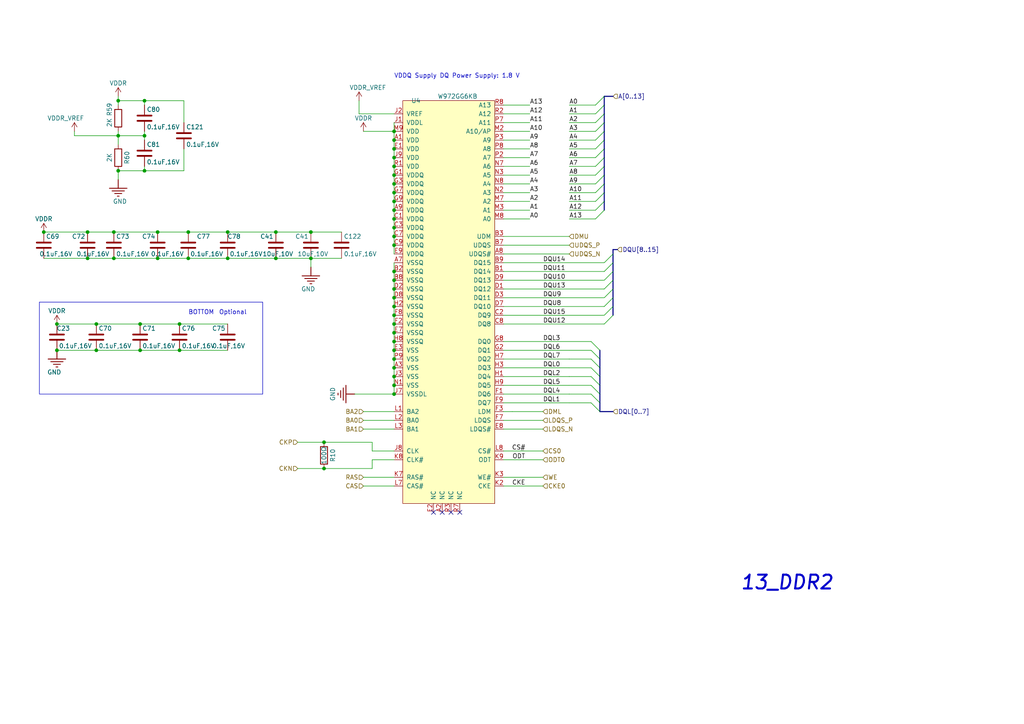
<source format=kicad_sch>
(kicad_sch (version 20230121) (generator eeschema)
  (paper "A4")
  (lib_symbols
    (symbol "0.1uF,16V_1" (pin_numbers hide) (pin_names (offset 0.254))
      (property "Reference" "C" (at 0.635 2.54 0))
      (property "Value" "0.1uF,16V_1" (at 0.635 -2.54 0))
      (symbol "0.1uF,16V_1_0_1"
        (polyline (pts (xy -2.032 -0.762) (xy 2.032 -0.762)) (stroke (width 0.508)))
        (polyline (pts (xy -2.032 0.762) (xy 2.032 0.762)) (stroke (width 0.508)))
      )
      (symbol "0.1uF,16V_1_1_1"
        (pin passive line (at 0 3.81 270) (length 2.794) (name "~") (number "1"))
        (pin passive line (at 0 -3.81 90) (length 2.794) (name "~") (number "2"))
      )
    )
    (symbol "0.1uF,16V_10" (pin_numbers hide) (pin_names (offset 0.254))
      (property "Reference" "C" (at 0.635 2.54 0))
      (property "Value" "0.1uF,16V_10" (at 0.635 -2.54 0))
      (symbol "0.1uF,16V_10_0_1"
        (polyline (pts (xy -2.032 -0.762) (xy 2.032 -0.762)) (stroke (width 0.508)))
        (polyline (pts (xy -2.032 0.762) (xy 2.032 0.762)) (stroke (width 0.508)))
      )
      (symbol "0.1uF,16V_10_1_1"
        (pin passive line (at 0 3.81 270) (length 2.794) (name "~") (number "1"))
        (pin passive line (at 0 -3.81 90) (length 2.794) (name "~") (number "2"))
      )
    )
    (symbol "0.1uF,16V_11" (pin_numbers hide) (pin_names (offset 0.254))
      (property "Reference" "C" (at 0.635 2.54 0))
      (property "Value" "0.1uF,16V_11" (at 0.635 -2.54 0))
      (symbol "0.1uF,16V_11_0_1"
        (polyline (pts (xy -2.032 -0.762) (xy 2.032 -0.762)) (stroke (width 0.508)))
        (polyline (pts (xy -2.032 0.762) (xy 2.032 0.762)) (stroke (width 0.508)))
      )
      (symbol "0.1uF,16V_11_1_1"
        (pin passive line (at 0 3.81 270) (length 2.794) (name "~") (number "1"))
        (pin passive line (at 0 -3.81 90) (length 2.794) (name "~") (number "2"))
      )
    )
    (symbol "0.1uF,16V_12" (pin_numbers hide) (pin_names (offset 0.254))
      (property "Reference" "C" (at 0.635 2.54 0))
      (property "Value" "0.1uF,16V_12" (at 0.635 -2.54 0))
      (symbol "0.1uF,16V_12_0_1"
        (polyline (pts (xy -2.032 -0.762) (xy 2.032 -0.762)) (stroke (width 0.508)))
        (polyline (pts (xy -2.032 0.762) (xy 2.032 0.762)) (stroke (width 0.508)))
      )
      (symbol "0.1uF,16V_12_1_1"
        (pin passive line (at 0 3.81 270) (length 2.794) (name "~") (number "1"))
        (pin passive line (at 0 -3.81 90) (length 2.794) (name "~") (number "2"))
      )
    )
    (symbol "0.1uF,16V_2" (pin_numbers hide) (pin_names (offset 0.254))
      (property "Reference" "C" (at 0.635 2.54 0))
      (property "Value" "0.1uF,16V_2" (at 0.635 -2.54 0))
      (symbol "0.1uF,16V_2_0_1"
        (polyline (pts (xy -2.032 -0.762) (xy 2.032 -0.762)) (stroke (width 0.508)))
        (polyline (pts (xy -2.032 0.762) (xy 2.032 0.762)) (stroke (width 0.508)))
      )
      (symbol "0.1uF,16V_2_1_1"
        (pin passive line (at 0 3.81 270) (length 2.794) (name "~") (number "1"))
        (pin passive line (at 0 -3.81 90) (length 2.794) (name "~") (number "2"))
      )
    )
    (symbol "0.1uF,16V_3" (pin_numbers hide) (pin_names (offset 0.254))
      (property "Reference" "C" (at 0.635 2.54 0))
      (property "Value" "0.1uF,16V_3" (at 0.635 -2.54 0))
      (symbol "0.1uF,16V_3_0_1"
        (polyline (pts (xy -2.032 -0.762) (xy 2.032 -0.762)) (stroke (width 0.508)))
        (polyline (pts (xy -2.032 0.762) (xy 2.032 0.762)) (stroke (width 0.508)))
      )
      (symbol "0.1uF,16V_3_1_1"
        (pin passive line (at 0 3.81 270) (length 2.794) (name "~") (number "1"))
        (pin passive line (at 0 -3.81 90) (length 2.794) (name "~") (number "2"))
      )
    )
    (symbol "0.1uF,16V_4" (pin_numbers hide) (pin_names (offset 0.254))
      (property "Reference" "C" (at 0.635 2.54 0))
      (property "Value" "0.1uF,16V_4" (at 0.635 -2.54 0))
      (symbol "0.1uF,16V_4_0_1"
        (polyline (pts (xy -2.032 -0.762) (xy 2.032 -0.762)) (stroke (width 0.508)))
        (polyline (pts (xy -2.032 0.762) (xy 2.032 0.762)) (stroke (width 0.508)))
      )
      (symbol "0.1uF,16V_4_1_1"
        (pin passive line (at 0 3.81 270) (length 2.794) (name "~") (number "1"))
        (pin passive line (at 0 -3.81 90) (length 2.794) (name "~") (number "2"))
      )
    )
    (symbol "0.1uF,16V_5" (pin_numbers hide) (pin_names (offset 0.254))
      (property "Reference" "C" (at 0.635 2.54 0))
      (property "Value" "0.1uF,16V_5" (at 0.635 -2.54 0))
      (symbol "0.1uF,16V_5_0_1"
        (polyline (pts (xy -2.032 -0.762) (xy 2.032 -0.762)) (stroke (width 0.508)))
        (polyline (pts (xy -2.032 0.762) (xy 2.032 0.762)) (stroke (width 0.508)))
      )
      (symbol "0.1uF,16V_5_1_1"
        (pin passive line (at 0 3.81 270) (length 2.794) (name "~") (number "1"))
        (pin passive line (at 0 -3.81 90) (length 2.794) (name "~") (number "2"))
      )
    )
    (symbol "0.1uF,16V_6" (pin_numbers hide) (pin_names (offset 0.254))
      (property "Reference" "C" (at 0.635 2.54 0))
      (property "Value" "0.1uF,16V_6" (at 0.635 -2.54 0))
      (symbol "0.1uF,16V_6_0_1"
        (polyline (pts (xy -2.032 -0.762) (xy 2.032 -0.762)) (stroke (width 0.508)))
        (polyline (pts (xy -2.032 0.762) (xy 2.032 0.762)) (stroke (width 0.508)))
      )
      (symbol "0.1uF,16V_6_1_1"
        (pin passive line (at 0 3.81 270) (length 2.794) (name "~") (number "1"))
        (pin passive line (at 0 -3.81 90) (length 2.794) (name "~") (number "2"))
      )
    )
    (symbol "0.1uF,16V_7" (pin_numbers hide) (pin_names (offset 0.254))
      (property "Reference" "C" (at 0.635 2.54 0))
      (property "Value" "0.1uF,16V_7" (at 0.635 -2.54 0))
      (symbol "0.1uF,16V_7_0_1"
        (polyline (pts (xy -2.032 -0.762) (xy 2.032 -0.762)) (stroke (width 0.508)))
        (polyline (pts (xy -2.032 0.762) (xy 2.032 0.762)) (stroke (width 0.508)))
      )
      (symbol "0.1uF,16V_7_1_1"
        (pin passive line (at 0 3.81 270) (length 2.794) (name "~") (number "1"))
        (pin passive line (at 0 -3.81 90) (length 2.794) (name "~") (number "2"))
      )
    )
    (symbol "0.1uF,16V_8" (pin_numbers hide) (pin_names (offset 0.254))
      (property "Reference" "C" (at 0.635 2.54 0))
      (property "Value" "0.1uF,16V_8" (at 0.635 -2.54 0))
      (symbol "0.1uF,16V_8_0_1"
        (polyline (pts (xy -2.032 -0.762) (xy 2.032 -0.762)) (stroke (width 0.508)))
        (polyline (pts (xy -2.032 0.762) (xy 2.032 0.762)) (stroke (width 0.508)))
      )
      (symbol "0.1uF,16V_8_1_1"
        (pin passive line (at 0 3.81 270) (length 2.794) (name "~") (number "1"))
        (pin passive line (at 0 -3.81 90) (length 2.794) (name "~") (number "2"))
      )
    )
    (symbol "0.1uF,16V_9" (pin_numbers hide) (pin_names (offset 0.254))
      (property "Reference" "C" (at 0.635 2.54 0))
      (property "Value" "0.1uF,16V_9" (at 0.635 -2.54 0))
      (symbol "0.1uF,16V_9_0_1"
        (polyline (pts (xy -2.032 -0.762) (xy 2.032 -0.762)) (stroke (width 0.508)))
        (polyline (pts (xy -2.032 0.762) (xy 2.032 0.762)) (stroke (width 0.508)))
      )
      (symbol "0.1uF,16V_9_1_1"
        (pin passive line (at 0 3.81 270) (length 2.794) (name "~") (number "1"))
        (pin passive line (at 0 -3.81 90) (length 2.794) (name "~") (number "2"))
      )
    )
    (symbol "02_HPM_Resistor:100Ω" (pin_numbers hide) (pin_names (offset 0))
      (property "Reference" "R" (at -3.81 1.27 0))
      (property "Value" "100Ω" (at 5.08 1.27 0))
      (symbol "100Ω_0_1"
        (rectangle (start 2.54 -1.016) (end -2.54 1.016) (stroke (width 0.254)))
      )
      (symbol "100Ω_1_1"
        (pin passive line (at -3.81 0 0) (length 1.27) (name "~") (number "1"))
        (pin passive line (at 3.81 0 180) (length 1.27) (name "~") (number "2"))
      )
    )
    (symbol "02_HPM_Resistor:2K" (pin_numbers hide) (pin_names (offset 0))
      (property "Reference" "R" (at -5.08 1.27 0))
      (property "Value" "2K" (at 5.08 1.27 0))
      (symbol "2K_0_1"
        (rectangle (start 2.54 -1.016) (end -2.54 1.016) (stroke (width 0.254)))
      )
      (symbol "2K_1_1"
        (pin passive line (at -3.81 0 0) (length 1.27) (name "~") (number "1"))
        (pin passive line (at 3.81 0 180) (length 1.27) (name "~") (number "2"))
      )
    )
    (symbol "10_HPM_Storage:W971GG6NB-25" (pin_names (offset 1.016))
      (property "Reference" "U" (at -10.16 57.15 0))
      (property "Value" "W972GG6KB" (at 10.16 58.42 0))
      (symbol "W971GG6NB-25_1_1"
        (rectangle (start -11.43 55.88) (end 15.24 -60.96) (stroke (width 0.1524)) (fill (type background)))
        (pin input line (at -13.97 44.45 0) (length 2.54) (name "VDD") (number "A1"))
        (pin input line (at 0 -63.5 90) (length 2.54) (name "NC") (number "A2"))
        (pin input line (at -13.97 -21.59 0) (length 2.54) (name "VSS") (number "A3"))
        (pin input line (at -13.97 8.89 0) (length 2.54) (name "VSSQ") (number "A7"))
        (pin input line (at 17.78 11.43 180) (length 2.54) (name "UDQS#") (number "A8"))
        (pin input line (at -13.97 24.13 0) (length 2.54) (name "VDDQ") (number "A9"))
        (pin input line (at 17.78 6.35 180) (length 2.54) (name "DQ14") (number "B1"))
        (pin input line (at -13.97 6.35 0) (length 2.54) (name "VSSQ") (number "B2"))
        (pin input line (at 17.78 16.51 180) (length 2.54) (name "UDM") (number "B3"))
        (pin input line (at 17.78 13.97 180) (length 2.54) (name "UDQS") (number "B7"))
        (pin input line (at -13.97 3.81 0) (length 2.54) (name "VSSQ") (number "B8"))
        (pin input line (at 17.78 8.89 180) (length 2.54) (name "DQ15") (number "B9"))
        (pin input line (at -13.97 21.59 0) (length 2.54) (name "VDDQ") (number "C1"))
        (pin input line (at 17.78 -6.35 180) (length 2.54) (name "DQ9") (number "C2"))
        (pin input line (at -13.97 19.05 0) (length 2.54) (name "VDDQ") (number "C3"))
        (pin input line (at -13.97 16.51 0) (length 2.54) (name "VDDQ") (number "C7"))
        (pin input line (at 17.78 -8.89 180) (length 2.54) (name "DQ8") (number "C8"))
        (pin input line (at -13.97 13.97 0) (length 2.54) (name "VDDQ") (number "C9"))
        (pin input line (at 17.78 1.27 180) (length 2.54) (name "DQ12") (number "D1"))
        (pin input line (at -13.97 1.27 0) (length 2.54) (name "VSSQ") (number "D2"))
        (pin input line (at 17.78 -1.27 180) (length 2.54) (name "DQ11") (number "D3"))
        (pin input line (at 17.78 -3.81 180) (length 2.54) (name "DQ10") (number "D7"))
        (pin input line (at -13.97 -1.27 0) (length 2.54) (name "VSSQ") (number "D8"))
        (pin input line (at 17.78 3.81 180) (length 2.54) (name "DQ13") (number "D9"))
        (pin input line (at -13.97 41.91 0) (length 2.54) (name "VDD") (number "E1"))
        (pin input line (at -2.54 -63.5 90) (length 2.54) (name "NC") (number "E2"))
        (pin input line (at -13.97 -16.51 0) (length 2.54) (name "VSS") (number "E3"))
        (pin input line (at -13.97 -11.43 0) (length 2.54) (name "VSSQ") (number "E7"))
        (pin input line (at 17.78 -39.37 180) (length 2.54) (name "LDQS#") (number "E8"))
        (pin input line (at -13.97 11.43 0) (length 2.54) (name "VDDQ") (number "E9"))
        (pin input line (at 17.78 -29.21 180) (length 2.54) (name "DQ6") (number "F1"))
        (pin input line (at -13.97 -8.89 0) (length 2.54) (name "VSSQ") (number "F2"))
        (pin input line (at 17.78 -34.29 180) (length 2.54) (name "LDM") (number "F3"))
        (pin input line (at 17.78 -36.83 180) (length 2.54) (name "LDQS") (number "F7"))
        (pin input line (at -13.97 -6.35 0) (length 2.54) (name "VSSQ") (number "F8"))
        (pin input line (at 17.78 -31.75 180) (length 2.54) (name "DQ7") (number "F9"))
        (pin input line (at -13.97 34.29 0) (length 2.54) (name "VDDQ") (number "G1"))
        (pin input line (at 17.78 -16.51 180) (length 2.54) (name "DQ1") (number "G2"))
        (pin input line (at -13.97 31.75 0) (length 2.54) (name "VDDQ") (number "G3"))
        (pin input line (at -13.97 29.21 0) (length 2.54) (name "VDDQ") (number "G7"))
        (pin input line (at 17.78 -13.97 180) (length 2.54) (name "DQ0") (number "G8"))
        (pin input line (at -13.97 26.67 0) (length 2.54) (name "VDDQ") (number "G9"))
        (pin input line (at 17.78 -24.13 180) (length 2.54) (name "DQ4") (number "H1"))
        (pin input line (at -13.97 -3.81 0) (length 2.54) (name "VSSQ") (number "H2"))
        (pin input line (at 17.78 -21.59 180) (length 2.54) (name "DQ3") (number "H3"))
        (pin input line (at 17.78 -19.05 180) (length 2.54) (name "DQ2") (number "H7"))
        (pin input line (at -13.97 -13.97 0) (length 2.54) (name "VSSQ") (number "H8"))
        (pin input line (at 17.78 -26.67 180) (length 2.54) (name "DQ5") (number "H9"))
        (pin input line (at -13.97 49.53 0) (length 2.54) (name "VDDL") (number "J1"))
        (pin input line (at -13.97 52.07 0) (length 2.54) (name "VREF") (number "J2"))
        (pin input line (at -13.97 -24.13 0) (length 2.54) (name "VSS") (number "J3"))
        (pin input line (at -13.97 -29.21 0) (length 2.54) (name "VSSDL") (number "J7"))
        (pin input line (at -13.97 -45.72 0) (length 2.54) (name "CLK") (number "J8"))
        (pin input line (at -13.97 39.37 0) (length 2.54) (name "VDD") (number "J9"))
        (pin input line (at 17.78 -55.88 180) (length 2.54) (name "CKE") (number "K2"))
        (pin input line (at 17.78 -53.34 180) (length 2.54) (name "WE#") (number "K3"))
        (pin input line (at -13.97 -53.34 0) (length 2.54) (name "RAS#") (number "K7"))
        (pin input line (at -13.97 -48.26 0) (length 2.54) (name "CLK#") (number "K8"))
        (pin input line (at 17.78 -48.26 180) (length 2.54) (name "ODT") (number "K9"))
        (pin input line (at -13.97 -34.29 0) (length 2.54) (name "BA2") (number "L1"))
        (pin input line (at -13.97 -36.83 0) (length 2.54) (name "BA0") (number "L2"))
        (pin input line (at -13.97 -39.37 0) (length 2.54) (name "BA1") (number "L3"))
        (pin input line (at -13.97 -55.88 0) (length 2.54) (name "CAS#") (number "L7"))
        (pin input line (at 17.78 -45.72 180) (length 2.54) (name "CS#") (number "L8"))
        (pin input line (at 17.78 46.99 180) (length 2.54) (name "A10/AP") (number "M2"))
        (pin input line (at 17.78 24.13 180) (length 2.54) (name "A1") (number "M3"))
        (pin input line (at 17.78 26.67 180) (length 2.54) (name "A2") (number "M7"))
        (pin input line (at 17.78 21.59 180) (length 2.54) (name "A0") (number "M8"))
        (pin input line (at -13.97 46.99 0) (length 2.54) (name "VDD") (number "M9"))
        (pin input line (at -13.97 -26.67 0) (length 2.54) (name "VSS") (number "N1"))
        (pin input line (at 17.78 29.21 180) (length 2.54) (name "A3") (number "N2"))
        (pin input line (at 17.78 34.29 180) (length 2.54) (name "A5") (number "N3"))
        (pin input line (at 17.78 36.83 180) (length 2.54) (name "A6") (number "N7"))
        (pin input line (at 17.78 31.75 180) (length 2.54) (name "A4") (number "N8"))
        (pin input line (at 17.78 39.37 180) (length 2.54) (name "A7") (number "P2"))
        (pin input line (at 17.78 44.45 180) (length 2.54) (name "A9") (number "P3"))
        (pin input line (at 17.78 49.53 180) (length 2.54) (name "A11") (number "P7"))
        (pin input line (at 17.78 41.91 180) (length 2.54) (name "A8") (number "P8"))
        (pin input line (at -13.97 -19.05 0) (length 2.54) (name "VSS") (number "P9"))
        (pin input line (at -13.97 36.83 0) (length 2.54) (name "VDD") (number "R1"))
        (pin input line (at 17.78 52.07 180) (length 2.54) (name "A12") (number "R2"))
        (pin input line (at 2.54 -63.5 90) (length 2.54) (name "NC") (number "R3"))
        (pin input line (at 5.08 -63.5 90) (length 2.54) (name "NC") (number "R7"))
        (pin input line (at 17.78 54.61 180) (length 2.54) (name "A13") (number "R8"))
      )
    )
    (symbol "10uF,10V_1" (pin_numbers hide) (pin_names (offset 0.254))
      (property "Reference" "C" (at 0.635 2.54 0))
      (property "Value" "10uF,10V_1" (at 0.635 -2.54 0))
      (symbol "10uF,10V_1_0_1"
        (polyline (pts (xy -2.032 -0.762) (xy 2.032 -0.762)) (stroke (width 0.508)))
        (polyline (pts (xy -2.032 0.762) (xy 2.032 0.762)) (stroke (width 0.508)))
      )
      (symbol "10uF,10V_1_1_1"
        (pin passive line (at 0 3.81 270) (length 2.794) (name "~") (number "1"))
        (pin passive line (at 0 -3.81 90) (length 2.794) (name "~") (number "2"))
      )
    )
    (symbol "333-altium-import:GND" (power)
      (property "Reference" "#PWR" (at 0 0 0))
      (property "Value" "GND" (at 0 6.35 0))
      (symbol "GND_0_0"
        (polyline (pts (xy -2.54 -2.54) (xy 2.54 -2.54)) (stroke (width 0.254)))
        (polyline (pts (xy -1.778 -3.302) (xy 1.778 -3.302)) (stroke (width 0.254)))
        (polyline (pts (xy -1.016 -4.064) (xy 1.016 -4.064)) (stroke (width 0.254)))
        (polyline (pts (xy -0.254 -4.826) (xy 0.254 -4.826)) (stroke (width 0.254)))
        (polyline (pts (xy 0 0) (xy 0 -2.54)) (stroke (width 0.254)))
        (pin power_in line (at 0 0 0) (length 0) hide (name "GND") (number ""))
      )
    )
    (symbol "power:GND" (power)
      (property "Value" "GND" (at 1.27 -6.35 0))
      (symbol "GND_0_0"
        (polyline (pts (xy -2.54 -2.54) (xy 2.54 -2.54)) (stroke (width 0.254)))
        (polyline (pts (xy -1.778 -3.302) (xy 1.778 -3.302)) (stroke (width 0.254)))
        (polyline (pts (xy -1.016 -4.064) (xy 1.016 -4.064)) (stroke (width 0.254)))
        (polyline (pts (xy -0.254 -4.826) (xy 0.254 -4.826)) (stroke (width 0.254)))
        (polyline (pts (xy 0 0) (xy 0 -2.54)) (stroke (width 0.254)))
        (pin power_in line (at 0 0 0) (length 0) hide (name "GND") (number ""))
      )
    )
    (symbol "power:VDDR" (power) (pin_names (offset 0))
      (property "Value" "VDDR" (at 0 3.81 0))
      (symbol "VDDR_0_1"
        (polyline (pts (xy -0.762 1.27) (xy 0 2.54)))
        (polyline (pts (xy 0 0) (xy 0 2.54)))
        (polyline (pts (xy 0 2.54) (xy 0.762 1.27)))
      )
      (symbol "VDDR_1_1"
        (pin power_in line (at 0 0 90) (length 0) hide (name "VDDR") (number "1"))
      )
    )
    (symbol "power:VDDR_VREF" (power) (pin_names (offset 0))
      (property "Value" "VDDR_VREF" (at 0 3.81 0))
      (symbol "VDDR_VREF_0_1"
        (polyline (pts (xy -0.762 1.27) (xy 0 2.54)))
        (polyline (pts (xy 0 0) (xy 0 2.54)))
        (polyline (pts (xy 0 2.54) (xy 0.762 1.27)))
      )
      (symbol "VDDR_VREF_1_1"
        (pin power_in line (at 0 0 90) (length 0) hide (name "VDDR_VREF") (number "1"))
      )
    )
  )
  (junction (at 114.3 111.76))
  (junction (at 45.72 67.31))
  (junction (at 12.7 67.31))
  (junction (at 40.64 101.6))
  (junction (at 54.61 67.31))
  (junction (at 93.98 128.27))
  (junction (at 114.3 43.18))
  (junction (at 27.94 101.6))
  (junction (at 114.3 96.52))
  (junction (at 114.3 63.5))
  (junction (at 114.3 109.22))
  (junction (at 114.3 71.12))
  (junction (at 114.3 104.14))
  (junction (at 114.3 81.28))
  (junction (at 114.3 48.26))
  (junction (at 34.29 29.21))
  (junction (at 33.02 67.31))
  (junction (at 66.04 67.31))
  (junction (at 114.3 68.58))
  (junction (at 93.98 135.89))
  (junction (at 90.17 74.93))
  (junction (at 114.3 40.64))
  (junction (at 40.64 93.98))
  (junction (at 114.3 55.88))
  (junction (at 80.01 74.93))
  (junction (at 52.07 93.98))
  (junction (at 114.3 106.68))
  (junction (at 114.3 83.82))
  (junction (at 16.51 93.98))
  (junction (at 25.4 67.31))
  (junction (at 114.3 50.8))
  (junction (at 114.3 88.9))
  (junction (at 80.01 67.31))
  (junction (at 25.4 74.93))
  (junction (at 41.91 29.21))
  (junction (at 114.3 86.36))
  (junction (at 34.29 39.37))
  (junction (at 114.3 93.98))
  (junction (at 41.91 39.37))
  (junction (at 114.3 99.06))
  (junction (at 41.91 49.53))
  (junction (at 16.51 101.6))
  (junction (at 90.17 67.31))
  (junction (at 114.3 60.96))
  (junction (at 114.3 78.74))
  (junction (at 114.3 53.34))
  (junction (at 27.94 93.98))
  (junction (at 114.3 58.42))
  (junction (at 114.3 38.1))
  (junction (at 66.04 74.93))
  (junction (at 114.3 91.44))
  (junction (at 54.61 74.93))
  (junction (at 114.3 66.04))
  (junction (at 114.3 101.6))
  (junction (at 34.29 49.53))
  (junction (at 33.02 74.93))
  (junction (at 114.3 114.3))
  (junction (at 52.07 101.6))
  (junction (at 114.3 45.72))
  (junction (at 45.72 74.93))
  (no_connect (at 128.27 148.59))
  (no_connect (at 130.81 148.59))
  (no_connect (at 133.35 148.59))
  (no_connect (at 125.73 148.59))
  (bus_entry (at 175.26 78.74) (size 2.54 -2.54))
  (bus_entry (at 175.26 93.98) (size 2.54 -2.54))
  (bus_entry (at 172.72 40.64) (size 2.54 -2.54))
  (bus_entry (at 172.72 55.88) (size 2.54 -2.54))
  (bus_entry (at 172.72 45.72) (size 2.54 -2.54))
  (bus_entry (at 172.72 38.1) (size 2.54 -2.54))
  (bus_entry (at 171.45 114.3) (size 2.54 2.54))
  (bus_entry (at 171.45 101.6) (size 2.54 2.54))
  (bus_entry (at 172.72 43.18) (size 2.54 -2.54))
  (bus_entry (at 171.45 106.68) (size 2.54 2.54))
  (bus_entry (at 171.45 99.06) (size 2.54 2.54))
  (bus_entry (at 172.72 58.42) (size 2.54 -2.54))
  (bus_entry (at 175.26 83.82) (size 2.54 -2.54))
  (bus_entry (at 171.45 116.84) (size 2.54 2.54))
  (bus_entry (at 175.26 86.36) (size 2.54 -2.54))
  (bus_entry (at 172.72 63.5) (size 2.54 -2.54))
  (bus_entry (at 171.45 104.14) (size 2.54 2.54))
  (bus_entry (at 175.26 76.2) (size 2.54 -2.54))
  (bus_entry (at 172.72 33.02) (size 2.54 -2.54))
  (bus_entry (at 171.45 109.22) (size 2.54 2.54))
  (bus_entry (at 171.45 111.76) (size 2.54 2.54))
  (bus_entry (at 172.72 60.96) (size 2.54 -2.54))
  (bus_entry (at 175.26 91.44) (size 2.54 -2.54))
  (bus_entry (at 172.72 35.56) (size 2.54 -2.54))
  (bus_entry (at 175.26 81.28) (size 2.54 -2.54))
  (bus_entry (at 172.72 50.8) (size 2.54 -2.54))
  (bus_entry (at 172.72 30.48) (size 2.54 -2.54))
  (bus_entry (at 172.72 53.34) (size 2.54 -2.54))
  (bus_entry (at 172.72 48.26) (size 2.54 -2.54))
  (bus_entry (at 175.26 88.9) (size 2.54 -2.54))
  (wire (pts (xy 114.3 86.36) (xy 114.3 88.9)))
  (wire (pts (xy 107.95 130.81) (xy 114.3 130.81)))
  (wire (pts (xy 146.05 119.38) (xy 148.59 119.38)))
  (bus (pts (xy 177.8 78.74) (xy 177.8 76.2)))
  (wire (pts (xy 33.02 67.31) (xy 45.72 67.31)))
  (wire (pts (xy 52.07 101.6) (xy 66.04 101.6)))
  (wire (pts (xy 34.29 49.53) (xy 41.91 49.53)))
  (wire (pts (xy 93.98 135.89) (xy 107.95 135.89)) (stroke (width 0.15)))
  (wire (pts (xy 54.61 67.31) (xy 66.04 67.31)))
  (wire (pts (xy 34.29 39.37) (xy 41.91 39.37)))
  (wire (pts (xy 114.3 106.68) (xy 114.3 109.22)))
  (wire (pts (xy 34.29 29.21) (xy 34.29 30.48)))
  (wire (pts (xy 104.14 29.21) (xy 104.14 33.02)))
  (wire (pts (xy 146.05 140.97) (xy 157.48 140.97)))
  (wire (pts (xy 165.1 35.56) (xy 172.72 35.56)) (stroke (width 0.15)))
  (wire (pts (xy 153.67 63.5) (xy 146.05 63.5)) (stroke (width 0.15)))
  (wire (pts (xy 66.04 67.31) (xy 80.01 67.31)))
  (bus (pts (xy 175.26 53.34) (xy 175.26 55.88)))
  (wire (pts (xy 114.3 60.96) (xy 114.3 63.5)))
  (wire (pts (xy 105.41 140.97) (xy 114.3 140.97)))
  (bus (pts (xy 175.26 48.26) (xy 175.26 50.8)))
  (bus (pts (xy 173.99 109.22) (xy 173.99 111.76)))
  (wire (pts (xy 146.05 104.14) (xy 165.1 104.14)))
  (wire (pts (xy 146.05 68.58) (xy 165.1 68.58)))
  (wire (pts (xy 146.05 78.74) (xy 175.26 78.74)) (stroke (width 0.15)))
  (wire (pts (xy 16.51 93.98) (xy 27.94 93.98)))
  (wire (pts (xy 146.05 55.88) (xy 153.67 55.88)) (stroke (width 0.15)))
  (wire (pts (xy 41.91 38.1) (xy 41.91 39.37)))
  (wire (pts (xy 146.05 76.2) (xy 175.26 76.2)) (stroke (width 0.15)))
  (wire (pts (xy 80.01 67.31) (xy 90.17 67.31)))
  (wire (pts (xy 165.1 53.34) (xy 172.72 53.34)) (stroke (width 0.15)))
  (wire (pts (xy 114.3 53.34) (xy 114.3 55.88)))
  (wire (pts (xy 146.05 91.44) (xy 175.26 91.44)) (stroke (width 0.15)))
  (wire (pts (xy 146.05 111.76) (xy 165.1 111.76)))
  (wire (pts (xy 146.05 38.1) (xy 153.67 38.1)) (stroke (width 0.15)))
  (bus (pts (xy 173.99 106.68) (xy 173.99 109.22)))
  (wire (pts (xy 114.3 93.98) (xy 114.3 96.52)))
  (wire (pts (xy 146.05 109.22) (xy 165.1 109.22)))
  (bus (pts (xy 173.99 114.3) (xy 173.99 116.84)))
  (bus (pts (xy 175.26 55.88) (xy 175.26 58.42)))
  (wire (pts (xy 165.1 58.42) (xy 172.72 58.42)) (stroke (width 0.15)))
  (wire (pts (xy 165.1 43.18) (xy 172.72 43.18)) (stroke (width 0.15)))
  (wire (pts (xy 165.1 101.6) (xy 171.45 101.6)) (stroke (width 0.15)))
  (wire (pts (xy 105.41 121.92) (xy 114.3 121.92)))
  (wire (pts (xy 114.3 55.88) (xy 114.3 58.42)))
  (wire (pts (xy 113.665 38.1) (xy 114.3 38.1)))
  (wire (pts (xy 114.3 45.72) (xy 114.3 48.26)))
  (bus (pts (xy 175.26 27.94) (xy 175.26 30.48)))
  (wire (pts (xy 165.1 55.88) (xy 172.72 55.88)) (stroke (width 0.15)))
  (wire (pts (xy 105.41 138.43) (xy 114.3 138.43)))
  (wire (pts (xy 52.07 93.98) (xy 66.04 93.98)))
  (wire (pts (xy 114.3 63.5) (xy 114.3 66.04)))
  (wire (pts (xy 114.3 88.9) (xy 114.3 91.44)))
  (wire (pts (xy 34.29 27.94) (xy 34.29 29.21)))
  (wire (pts (xy 27.94 93.98) (xy 40.64 93.98)))
  (wire (pts (xy 25.4 74.93) (xy 33.02 74.93)))
  (wire (pts (xy 38.1 74.93) (xy 45.72 74.93)) (stroke (width 0.15)))
  (wire (pts (xy 146.05 58.42) (xy 153.67 58.42)) (stroke (width 0.15)))
  (bus (pts (xy 175.26 33.02) (xy 175.26 35.56)))
  (wire (pts (xy 165.1 116.84) (xy 171.45 116.84)) (stroke (width 0.15)))
  (wire (pts (xy 146.05 116.84) (xy 165.1 116.84)))
  (bus (pts (xy 175.26 50.8) (xy 175.26 53.34)))
  (bus (pts (xy 177.8 88.9) (xy 177.8 86.36)))
  (bus (pts (xy 175.26 30.48) (xy 175.26 33.02)))
  (wire (pts (xy 146.05 133.35) (xy 157.48 133.35)))
  (wire (pts (xy 146.05 138.43) (xy 157.48 138.43)))
  (wire (pts (xy 146.05 88.9) (xy 175.26 88.9)) (stroke (width 0.15)))
  (wire (pts (xy 114.3 33.02) (xy 104.14 33.02)) (stroke (width 0.15)))
  (wire (pts (xy 107.95 130.81) (xy 107.95 128.27)) (stroke (width 0.15)))
  (wire (pts (xy 146.05 71.12) (xy 165.1 71.12)))
  (wire (pts (xy 41.91 48.26) (xy 41.91 49.53)))
  (wire (pts (xy 12.7 74.93) (xy 25.4 74.93)))
  (wire (pts (xy 165.1 104.14) (xy 171.45 104.14)) (stroke (width 0.15)))
  (wire (pts (xy 146.05 40.64) (xy 153.67 40.64)) (stroke (width 0.15)))
  (wire (pts (xy 105.41 124.46) (xy 114.3 124.46)))
  (wire (pts (xy 165.1 60.96) (xy 172.72 60.96)) (stroke (width 0.15)))
  (wire (pts (xy 165.1 38.1) (xy 172.72 38.1)) (stroke (width 0.15)))
  (wire (pts (xy 165.1 63.5) (xy 172.72 63.5)) (stroke (width 0.15)))
  (bus (pts (xy 177.8 86.36) (xy 177.8 83.82)))
  (bus (pts (xy 173.99 104.14) (xy 173.99 106.68)))
  (wire (pts (xy 146.05 48.26) (xy 153.67 48.26)) (stroke (width 0.15)))
  (wire (pts (xy 146.05 45.72) (xy 153.67 45.72)) (stroke (width 0.15)))
  (wire (pts (xy 165.1 30.48) (xy 172.72 30.48)) (stroke (width 0.15)))
  (bus (pts (xy 175.26 35.56) (xy 175.26 38.1)))
  (bus (pts (xy 175.26 45.72) (xy 175.26 48.26)))
  (wire (pts (xy 114.3 48.26) (xy 114.3 50.8)))
  (bus (pts (xy 173.99 116.84) (xy 173.99 119.38)))
  (wire (pts (xy 114.3 35.56) (xy 114.3 38.1)))
  (bus (pts (xy 177.8 76.2) (xy 177.8 73.66)))
  (wire (pts (xy 86.36 135.89) (xy 93.98 135.89)))
  (wire (pts (xy 146.05 93.98) (xy 175.26 93.98)) (stroke (width 0.15)))
  (wire (pts (xy 114.3 104.14) (xy 114.3 106.68)))
  (bus (pts (xy 177.8 83.82) (xy 177.8 81.28)))
  (wire (pts (xy 105.41 119.38) (xy 114.3 119.38)))
  (wire (pts (xy 90.17 74.93) (xy 90.17 77.47)) (stroke (width 0.15)))
  (wire (pts (xy 146.05 43.18) (xy 153.67 43.18)) (stroke (width 0.15)))
  (wire (pts (xy 146.05 124.46) (xy 157.48 124.46)))
  (wire (pts (xy 114.3 66.04) (xy 114.3 68.58)))
  (wire (pts (xy 34.29 39.37) (xy 34.29 41.91)))
  (wire (pts (xy 165.1 106.68) (xy 171.45 106.68)) (stroke (width 0.15)))
  (wire (pts (xy 146.05 60.96) (xy 153.67 60.96)) (stroke (width 0.15)))
  (bus (pts (xy 173.99 101.6) (xy 173.99 104.14)))
  (bus (pts (xy 175.26 43.18) (xy 175.26 45.72)))
  (bus (pts (xy 175.26 27.94) (xy 177.8 27.94)))
  (wire (pts (xy 114.3 101.6) (xy 114.3 104.14)))
  (wire (pts (xy 114.3 78.74) (xy 114.3 81.28)))
  (wire (pts (xy 12.7 67.31) (xy 22.86 67.31)) (stroke (width 0.15)))
  (wire (pts (xy 165.1 48.26) (xy 172.72 48.26)) (stroke (width 0.15)))
  (bus (pts (xy 175.26 40.64) (xy 175.26 43.18)))
  (wire (pts (xy 41.91 39.37) (xy 41.91 40.64)))
  (bus (pts (xy 173.99 111.76) (xy 173.99 114.3)))
  (wire (pts (xy 80.01 74.93) (xy 90.17 74.93)))
  (wire (pts (xy 146.05 101.6) (xy 165.1 101.6)))
  (bus (pts (xy 177.8 91.44) (xy 177.8 88.9)))
  (wire (pts (xy 105.41 38.1) (xy 113.665 38.1)) (stroke (width 0.15)))
  (wire (pts (xy 114.3 99.06) (xy 114.3 101.6)))
  (wire (pts (xy 93.98 128.27) (xy 107.95 128.27)) (stroke (width 0.15)))
  (wire (pts (xy 53.34 29.21) (xy 53.34 35.56)))
  (wire (pts (xy 27.94 101.6) (xy 40.64 101.6)))
  (wire (pts (xy 21.59 39.37) (xy 21.59 38.1)))
  (wire (pts (xy 114.3 58.42) (xy 114.3 60.96)))
  (wire (pts (xy 153.67 30.48) (xy 146.05 30.48)))
  (wire (pts (xy 146.05 73.66) (xy 165.1 73.66)))
  (wire (pts (xy 114.3 40.64) (xy 114.3 43.18)))
  (wire (pts (xy 45.72 67.31) (xy 54.61 67.31)))
  (wire (pts (xy 165.1 45.72) (xy 172.72 45.72)) (stroke (width 0.15)))
  (wire (pts (xy 45.72 74.93) (xy 54.61 74.93)))
  (wire (pts (xy 114.3 109.22) (xy 114.3 111.76)))
  (wire (pts (xy 146.05 81.28) (xy 175.26 81.28)) (stroke (width 0.15)))
  (wire (pts (xy 165.1 109.22) (xy 171.45 109.22)) (stroke (width 0.15)))
  (wire (pts (xy 146.05 121.92) (xy 157.48 121.92)))
  (wire (pts (xy 114.3 96.52) (xy 114.3 99.06)))
  (wire (pts (xy 102.87 114.3) (xy 114.3 114.3)) (stroke (width 0.15)))
  (wire (pts (xy 107.95 135.89) (xy 107.95 133.35)) (stroke (width 0.15)))
  (wire (pts (xy 66.04 74.93) (xy 80.01 74.93)))
  (wire (pts (xy 34.29 49.53) (xy 34.29 52.07)) (stroke (width 0.15)))
  (wire (pts (xy 165.1 111.76) (xy 171.45 111.76)) (stroke (width 0.15)))
  (wire (pts (xy 22.86 67.31) (xy 25.4 67.31)))
  (wire (pts (xy 90.17 74.93) (xy 99.06 74.93)))
  (wire (pts (xy 40.64 101.6) (xy 52.07 101.6)))
  (wire (pts (xy 148.59 119.38) (xy 157.48 119.38)) (stroke (width 0.15)))
  (wire (pts (xy 146.05 53.34) (xy 153.67 53.34)) (stroke (width 0.15)))
  (wire (pts (xy 114.3 111.76) (xy 114.3 114.3)))
  (wire (pts (xy 16.51 101.6) (xy 27.94 101.6)))
  (wire (pts (xy 86.36 128.27) (xy 93.98 128.27)))
  (wire (pts (xy 146.05 106.68) (xy 165.1 106.68)))
  (wire (pts (xy 114.3 71.12) (xy 114.3 73.66)))
  (wire (pts (xy 41.91 49.53) (xy 53.34 49.53)))
  (wire (pts (xy 165.1 114.3) (xy 171.45 114.3)) (stroke (width 0.15)))
  (wire (pts (xy 90.17 67.31) (xy 99.06 67.31)))
  (wire (pts (xy 146.05 35.56) (xy 153.67 35.56)) (stroke (width 0.15)))
  (wire (pts (xy 165.1 40.64) (xy 172.72 40.64)) (stroke (width 0.15)))
  (wire (pts (xy 165.1 50.8) (xy 172.72 50.8)) (stroke (width 0.15)))
  (wire (pts (xy 165.1 33.02) (xy 172.72 33.02)) (stroke (width 0.15)))
  (wire (pts (xy 146.05 114.3) (xy 165.1 114.3)))
  (wire (pts (xy 54.61 74.93) (xy 66.04 74.93)))
  (wire (pts (xy 114.3 91.44) (xy 114.3 93.98)))
  (wire (pts (xy 33.02 74.93) (xy 38.1 74.93)))
  (wire (pts (xy 34.29 39.37) (xy 21.59 39.37)))
  (bus (pts (xy 173.99 119.38) (xy 177.8 119.38)))
  (wire (pts (xy 114.3 50.8) (xy 114.3 53.34)))
  (wire (pts (xy 114.3 38.1) (xy 114.3 40.64)))
  (wire (pts (xy 146.05 99.06) (xy 171.45 99.06)))
  (wire (pts (xy 34.29 29.21) (xy 41.91 29.21)))
  (wire (pts (xy 114.3 81.28) (xy 114.3 83.82)))
  (wire (pts (xy 146.05 50.8) (xy 153.67 50.8)) (stroke (width 0.15)))
  (wire (pts (xy 41.91 29.21) (xy 41.91 30.48)))
  (wire (pts (xy 146.05 33.02) (xy 153.67 33.02)) (stroke (width 0.15)))
  (wire (pts (xy 114.3 83.82) (xy 114.3 86.36)))
  (wire (pts (xy 41.91 29.21) (xy 53.34 29.21)))
  (wire (pts (xy 114.3 68.58) (xy 114.3 71.12)))
  (wire (pts (xy 25.4 67.31) (xy 33.02 67.31)))
  (bus (pts (xy 175.26 38.1) (xy 175.26 40.64)))
  (bus (pts (xy 177.8 72.39) (xy 179.07 72.39)))
  (wire (pts (xy 114.3 76.2) (xy 114.3 78.74)))
  (wire (pts (xy 53.34 43.18) (xy 53.34 49.53)))
  (bus (pts (xy 177.8 73.66) (xy 177.8 72.39)))
  (wire (pts (xy 34.29 38.1) (xy 34.29 39.37)))
  (wire (pts (xy 114.3 43.18) (xy 114.3 45.72)))
  (wire (pts (xy 146.05 130.81) (xy 157.48 130.81)))
  (bus (pts (xy 177.8 81.28) (xy 177.8 78.74)))
  (wire (pts (xy 107.95 133.35) (xy 114.3 133.35)))
  (bus (pts (xy 175.26 58.42) (xy 175.26 60.96)))
  (wire (pts (xy 146.05 83.82) (xy 175.26 83.82)) (stroke (width 0.15)))
  (wire (pts (xy 146.05 86.36) (xy 175.26 86.36)) (stroke (width 0.15)))
  (wire (pts (xy 40.64 93.98) (xy 52.07 93.98)))
  (rectangle (start 11.43 87.63) (end 76.2 114.3))
  (text "13_DDR2" (at 214.63 171.45 0) (effects (font (size 4 4) (thickness 0.6) bold italic) (justify left bottom)))
  (text "BOTTOM" (at 54.61 91.44 0) (effects (font (size 1.27 1.27)) (justify left bottom)))
  (text "VDDQ Supply DQ Power Supply: 1.8 V \n" (at 114.3 22.86 0) (effects (font (size 1.27 1.27)) (justify left bottom)))
  (text "Optional" (at 63.5 91.44 0) (effects (font (size 1.27 1.27)) (justify left bottom)))
  (label "DQL4" (at 157.48 114.3 0))
  (label "DQU9" (at 157.48 86.36 0))
  (label "A11" (at 165.1 58.42 0))
  (label "A3" (at 153.67 55.88 0))
  (label "A13" (at 165.1 63.5 0))
  (label "A6" (at 153.67 48.26 0))
  (label "A6" (at 165.1 45.72 0))
  (label "A4" (at 153.67 53.34 0))
  (label "DQL5" (at 157.48 111.76 0))
  (label "DQU8" (at 157.48 88.9 0))
  (label "DQU11" (at 157.48 78.74 0))
  (label "DQU15" (at 157.48 91.44 0))
  (label "A4" (at 165.1 40.64 0))
  (label "DQU10" (at 157.48 81.28 0))
  (label "DQU13" (at 157.48 83.82 0))
  (label "DQU14" (at 157.48 76.2 0))
  (label "CKE" (at 152.4 140.97 180))
  (label "DQL2" (at 157.48 109.22 0))
  (label "ODT" (at 148.59 133.35 0))
  (label "A12" (at 153.67 33.02 0))
  (label "A5" (at 153.67 50.8 0))
  (label "DQL6" (at 157.48 101.6 0))
  (label "A8" (at 165.1 50.8 0))
  (label "DQL7" (at 157.48 104.14 0))
  (label "A7" (at 165.1 48.26 0))
  (label "DQL0" (at 157.48 106.68 0))
  (label "DQU12" (at 157.48 93.98 0))
  (label "A9" (at 165.1 53.34 0))
  (label "A1" (at 165.1 33.02 0))
  (label "A1" (at 153.67 60.96 0))
  (label "A11" (at 153.67 35.56 0))
  (label "CS#" (at 152.4 130.81 180))
  (label "A13" (at 153.67 30.48 0))
  (label "A12" (at 165.1 60.96 0))
  (label "DQL3" (at 157.48 99.06 0))
  (label "A5" (at 165.1 43.18 0))
  (label "A0" (at 153.67 63.5 0))
  (label "A9" (at 153.67 40.64 0))
  (label "A3" (at 165.1 38.1 0))
  (label "DQL1" (at 157.48 116.84 0))
  (label "A10" (at 153.67 38.1 0))
  (label "A10" (at 165.1 55.88 0))
  (label "A8" (at 153.67 43.18 0))
  (label "A7" (at 153.67 45.72 0))
  (label "A2" (at 153.67 58.42 0))
  (label "A2" (at 165.1 35.56 0))
  (label "A0" (at 165.1 30.48 0))
  (hierarchical_label "A[0..13]" (shape input) (at 177.8 27.94 0))
  (hierarchical_label "LDQS_P" (shape input) (at 157.48 121.92 0))
  (hierarchical_label "DML" (shape input) (at 157.48 119.38 0))
  (hierarchical_label "RAS" (shape input) (at 105.41 138.43 180))
  (hierarchical_label "BA1" (shape input) (at 105.41 124.46 180))
  (hierarchical_label "ODT0" (shape input) (at 157.48 133.35 0))
  (hierarchical_label "UDQS_P" (shape input) (at 165.1 71.12 0))
  (hierarchical_label "CS0" (shape input) (at 157.48 130.81 0))
  (hierarchical_label "LDQS_N" (shape input) (at 157.48 124.46 0))
  (hierarchical_label "UDQS_N" (shape input) (at 165.1 73.66 0))
  (hierarchical_label "DQL[0..7]" (shape input) (at 177.8 119.38 0))
  (hierarchical_label "WE" (shape input) (at 157.48 138.43 0))
  (hierarchical_label "BA2" (shape input) (at 105.41 119.38 180))
  (hierarchical_label "DMU" (shape input) (at 165.1 68.58 0))
  (hierarchical_label "DQU[8..15]" (shape input) (at 179.07 72.39 0))
  (hierarchical_label "BA0" (shape input) (at 105.41 121.92 180))
  (hierarchical_label "CAS" (shape input) (at 105.41 140.97 180))
  (hierarchical_label "CKP" (shape input) (at 86.36 128.27 180))
  (hierarchical_label "CKE0" (shape input) (at 157.48 140.97 0))
  (hierarchical_label "CKN" (shape input) (at 86.36 135.89 180))
  (symbol (lib_name "0.1uF,16V_1") (lib_id "03_HPM_Capacitance:0.1uF,16V") (at 66.04 71.12 0) (mirror y) (unit 1)
    (property "Reference" "C78" (at 69.85 68.58 0) (effects (justify left)))
    (property "Value" "0.1uF,16V" (at 76.2 73.66 0) (effects (justify left)))
    (property "Footprint" "03_HPM_Capacitance:C_0402" (effects hide))
    (property "Model" "CL05B104KO5NNNC" (effects hide))
    (property "Company" "SAMSUNG(三星)" (effects hide))
  )
  (symbol (lib_id "02_HPM_Resistor:100Ω") (at 93.98 132.08 90) (unit 1)
    (property "Reference" "R10" (at 96.52 132.08 0))
    (property "Value" "100Ω" (at 93.98 132.08 0))
    (property "Footprint" "02_HPM_Resistor:R_0402" (effects hide))
    (property "Model" "0402WGF1000TCE" (effects hide))
    (property "Company" "UNI-ROYAL(厚声)" (effects hide))
  )
  (symbol (lib_name "0.1uF,16V_7") (lib_id "03_HPM_Capacitance:0.1uF,16V") (at 40.64 97.79 0) (unit 1)
    (property "Reference" "C71" (at 41.275 95.25 0) (effects (justify left)))
    (property "Value" "0.1uF,16V" (at 41.275 100.33 0) (effects (justify left)))
    (property "Footprint" "03_HPM_Capacitance:C_0402" (effects hide))
    (property "Model" "CL05B104KO5NNNC" (effects hide))
    (property "Company" "SAMSUNG(三星)" (effects hide))
  )
  (symbol (lib_id "power:VDDR") (at 105.41 38.1 0) (unit 1)
    (property "Reference" "#PWR049" (effects hide))
    (property "Value" "VDDR" (at 105.41 34.29 0))
  )
  (symbol (lib_name "0.1uF,16V_11") (lib_id "03_HPM_Capacitance:0.1uF,16V") (at 25.4 71.12 0) (mirror y) (unit 1)
    (property "Reference" "C72" (at 24.765 68.58 0) (effects (justify left)))
    (property "Value" "0.1uF,16V" (at 31.75 73.66 0) (effects (justify left)))
    (property "Footprint" "03_HPM_Capacitance:C_0402" (effects hide))
    (property "Model" "CL05B104KO5NNNC" (effects hide))
    (property "Company" "SAMSUNG(三星)" (effects hide))
  )
  (symbol (lib_id "02_HPM_Resistor:2K") (at 34.29 34.29 90) (unit 1)
    (property "Reference" "R59" (at 31.75 31.75 0))
    (property "Value" "2K" (at 31.75 35.56 0))
    (property "Footprint" "02_HPM_Resistor:R_0402_1005Metric" (effects hide))
    (property "Model" "0402WGF2001TCE" (effects hide))
    (property "Company" "UNI-ROYAL(厚声)" (effects hide))
  )
  (symbol (lib_name "0.1uF,16V_5") (lib_id "03_HPM_Capacitance:0.1uF,16V") (at 41.91 44.45 0) (unit 1)
    (property "Reference" "C81" (at 42.545 41.91 0) (effects (justify left)))
    (property "Value" "0.1uF,16V" (at 42.545 46.99 0) (effects (justify left)))
    (property "Footprint" "03_HPM_Capacitance:C_0402" (effects hide))
    (property "Model" "CL05B104KO5NNNC" (effects hide))
    (property "Company" "SAMSUNG(三星)" (effects hide))
  )
  (symbol (lib_id "333-altium-import:GND") (at 16.51 101.6 0) (unit 1)
    (property "Reference" "#PWR051" (effects hide))
    (property "Value" "GND" (at 17.78 107.95 0) (effects (justify right)))
  )
  (symbol (lib_id "power:VDDR_VREF") (at 104.14 29.21 0) (unit 1)
    (property "Reference" "#PWR048" (effects hide))
    (property "Value" "VDDR_VREF" (at 106.68 25.4 0))
  )
  (symbol (lib_id "power:GND") (at 102.87 114.3 270) (unit 1)
    (property "Reference" "#PWR047" (effects hide))
    (property "Value" "GND" (at 96.52 114.3 0))
  )
  (symbol (lib_name "0.1uF,16V_10") (lib_id "03_HPM_Capacitance:0.1uF,16V") (at 45.72 71.12 0) (mirror y) (unit 1)
    (property "Reference" "C74" (at 45.085 68.58 0) (effects (justify left)))
    (property "Value" "0.1uF,16V" (at 53.34 73.66 0) (effects (justify left)))
    (property "Footprint" "03_HPM_Capacitance:C_0402" (effects hide))
    (property "Model" "CL05B104KO5NNNC" (effects hide))
    (property "Company" "SAMSUNG(三星)" (effects hide))
  )
  (symbol (lib_name "0.1uF,16V_8") (lib_id "03_HPM_Capacitance:0.1uF,16V") (at 33.02 71.12 0) (unit 1)
    (property "Reference" "C73" (at 33.655 68.58 0) (effects (justify left)))
    (property "Value" "0.1uF,16V" (at 33.655 73.66 0) (effects (justify left)))
    (property "Footprint" "03_HPM_Capacitance:C_0402" (effects hide))
    (property "Model" "CL05B104KO5NNNC" (effects hide))
    (property "Company" "SAMSUNG(三星)" (effects hide))
  )
  (symbol (lib_name "0.1uF,16V_2") (lib_id "03_HPM_Capacitance:0.1uF,16V") (at 41.91 34.29 0) (unit 1)
    (property "Reference" "C80" (at 42.545 31.75 0) (effects (justify left)))
    (property "Value" "0.1uF,16V" (at 42.545 36.83 0) (effects (justify left)))
    (property "Footprint" "03_HPM_Capacitance:C_0402" (effects hide))
    (property "Model" "CL05B104KO5NNNC" (effects hide))
    (property "Company" "SAMSUNG(三星)" (effects hide))
  )
  (symbol (lib_name "0.1uF,16V_5") (lib_id "03_HPM_Capacitance:0.1uF,16V") (at 16.51 97.79 0) (mirror y) (unit 1)
    (property "Reference" "C23" (at 20.32 95.25 0) (effects (justify left)))
    (property "Value" "0.1uF,16V" (at 26.67 100.33 0) (effects (justify left)))
    (property "Footprint" "03_HPM_Capacitance:C_0402" (effects hide))
    (property "Model" "CL05B104KO5NNNC" (effects hide))
    (property "Company" "SAMSUNG(三星)" (effects hide))
  )
  (symbol (lib_id "333-altium-import:GND") (at 34.29 52.07 0) (unit 1)
    (property "Reference" "#PWR0108" (effects hide))
    (property "Value" "GND" (at 36.83 58.42 0) (effects (justify right)))
  )
  (symbol (lib_id "power:VDDR") (at 12.7 67.31 0) (unit 1)
    (property "Reference" "#PWR01" (effects hide))
    (property "Value" "VDDR" (at 12.7 63.5 0))
  )
  (symbol (lib_name "0.1uF,16V_6") (lib_id "03_HPM_Capacitance:0.1uF,16V") (at 12.7 71.12 0) (unit 1)
    (property "Reference" "C69" (at 13.335 68.58 0) (effects (justify left)))
    (property "Value" "0.1uF,16V" (at 11.43 73.66 0) (effects (justify left)))
    (property "Footprint" "03_HPM_Capacitance:C_0402" (effects hide))
    (property "Model" "CL05B104KO5NNNC" (effects hide))
    (property "Company" "SAMSUNG(三星)" (effects hide))
  )
  (symbol (lib_id "02_HPM_Resistor:2K") (at 34.29 45.72 90) (unit 1)
    (property "Reference" "R60" (at 36.83 45.72 0))
    (property "Value" "2K" (at 31.75 45.72 0))
    (property "Footprint" "02_HPM_Resistor:R_0402_1005Metric" (effects hide))
    (property "Model" "0402WGF2001TCE" (effects hide))
    (property "Company" "UNI-ROYAL(厚声)" (effects hide))
  )
  (symbol (lib_id "333-altium-import:GND") (at 90.17 77.47 0) (unit 1)
    (property "Reference" "#PWR0122" (effects hide))
    (property "Value" "GND" (at 91.44 83.82 0) (effects (justify right)))
  )
  (symbol (lib_name "10uF,10V_1") (lib_id "03_HPM_Capacitance:10uF,10V") (at 90.17 71.12 0) (mirror y) (unit 1)
    (property "Reference" "C41" (at 89.535 68.58 0) (effects (justify left)))
    (property "Value" "10uF,10V" (at 95.25 73.66 0) (effects (justify left)))
    (property "Footprint" "03_HPM_Capacitance:C_0402" (effects hide))
    (property "Model" "CL05A106MP5NUNC" (effects hide))
    (property "Company" " SAMSUNG(三星)" (effects hide))
    (instances (project "HPM1500_DDR2_CORE_RevA" (path "" (reference "C41") (unit 1)) (path "" (reference "C134") (unit 1)) (path "" (reference "C120") (unit 1))))
  )
  (symbol (lib_name "0.1uF,16V_4") (lib_id "03_HPM_Capacitance:0.1uF,16V") (at 99.06 71.12 0) (unit 1)
    (property "Reference" "C122" (at 99.695 68.58 0) (effects (justify left)))
    (property "Value" "0.1uF,16V" (at 99.695 73.66 0) (effects (justify left)))
    (property "Footprint" "03_HPM_Capacitance:C_0402" (effects hide))
    (property "Model" "CL05B104KO5NNNC" (effects hide))
    (property "Company" "SAMSUNG(三星)" (effects hide))
  )
  (symbol (lib_id "power:VDDR_VREF") (at 21.59 38.1 0) (unit 1)
    (property "Reference" "#PWR0144" (effects hide))
    (property "Value" "VDDR_VREF" (at 19.05 34.29 0))
  )
  (symbol (lib_id "power:VDDR") (at 16.51 93.98 0) (unit 1)
    (property "Reference" "#PWR050" (effects hide))
    (property "Value" "VDDR" (at 16.51 90.17 0))
  )
  (symbol (lib_id "power:VDDR") (at 34.29 27.94 0) (unit 1)
    (property "Reference" "#PWR0110" (effects hide))
    (property "Value" "VDDR" (at 34.29 24.13 0))
  )
  (symbol (lib_name "0.1uF,16V_5") (lib_id "03_HPM_Capacitance:0.1uF,16V") (at 53.34 39.37 0) (unit 1)
    (property "Reference" "C121" (at 53.975 36.83 0) (effects (justify left)))
    (property "Value" "0.1uF,16V" (at 53.975 41.91 0) (effects (justify left)))
    (property "Footprint" "03_HPM_Capacitance:C_0402" (effects hide))
    (property "Model" "CL05B104KO5NNNC" (effects hide))
    (property "Company" "SAMSUNG(三星)" (effects hide))
  )
  (symbol (lib_name "0.1uF,16V_12") (lib_id "03_HPM_Capacitance:0.1uF,16V") (at 27.94 97.79 0) (unit 1)
    (property "Reference" "C70" (at 28.575 95.25 0) (effects (justify left)))
    (property "Value" "0.1uF,16V" (at 28.575 100.33 0) (effects (justify left)))
    (property "Footprint" "03_HPM_Capacitance:C_0402" (effects hide))
    (property "Model" "CL05B104KO5NNNC" (effects hide))
    (property "Company" "SAMSUNG(三星)" (effects hide))
  )
  (symbol (lib_name "10uF,10V_1") (lib_id "03_HPM_Capacitance:10uF,10V") (at 80.01 71.12 0) (mirror y) (unit 1)
    (property "Reference" "C41" (at 79.375 68.58 0) (effects (justify left)))
    (property "Value" "10uF,10V" (at 85.09 73.66 0) (effects (justify left)))
    (property "Footprint" "03_HPM_Capacitance:C_0402" (effects hide))
    (property "Model" "CL05A106MP5NUNC" (effects hide))
    (property "Company" " SAMSUNG(三星)" (effects hide))
    (instances (project "HPM1500_DDR2_CORE_RevA" (path "" (reference "C41") (unit 1)) (path "" (reference "C134") (unit 1)) (path "" (reference "C119") (unit 1))))
  )
  (symbol (lib_name "0.1uF,16V_9") (lib_id "03_HPM_Capacitance:0.1uF,16V") (at 52.07 97.79 0) (unit 1)
    (property "Reference" "C76" (at 52.705 95.25 0) (effects (justify left)))
    (property "Value" "0.1uF,16V" (at 52.705 100.33 0) (effects (justify left)))
    (property "Footprint" "03_HPM_Capacitance:C_0402" (effects hide))
    (property "Model" "CL05B104KO5NNNC" (effects hide))
    (property "Company" "SAMSUNG(三星)" (effects hide))
  )
  (symbol (lib_name "0.1uF,16V_3") (lib_id "03_HPM_Capacitance:0.1uF,16V") (at 54.61 71.12 0) (mirror y) (unit 1)
    (property "Reference" "C77" (at 60.96 68.58 0) (effects (justify left)))
    (property "Value" "0.1uF,16V" (at 64.77 73.66 0) (effects (justify left)))
    (property "Footprint" "03_HPM_Capacitance:C_0402" (effects hide))
    (property "Model" "CL05B104KO5NNNC" (effects hide))
    (property "Company" "SAMSUNG(三星)" (effects hide))
  )
  (symbol (lib_id "10_HPM_Storage:W971GG6NB-25") (at 128.27 85.09 0) (unit 1)
    (property "Reference" "U4" (at 120.65 29.21 0))
    (property "Value" "W972GG6KB" (at 132.715 27.94 0))
    (property "Footprint" "10_HPM_Storage:FBGA-84" (effects hide))
    (property "Model" "W972GG6KB" (effects hide))
    (property "Company" "WINBOND(华邦)" (effects hide))
  )
  (symbol (lib_name "0.1uF,16V_4") (lib_id "03_HPM_Capacitance:0.1uF,16V") (at 66.04 97.79 0) (mirror y) (unit 1)
    (property "Reference" "C75" (at 65.405 95.25 0) (effects (justify left)))
    (property "Value" "0.1uF,16V" (at 71.12 100.33 0) (effects (justify left)))
    (property "Footprint" "03_HPM_Capacitance:C_0402" (effects hide))
    (property "Model" "CL05B104KO5NNNC" (effects hide))
    (property "Company" "SAMSUNG(三星)" (effects hide))
  )
)
</source>
